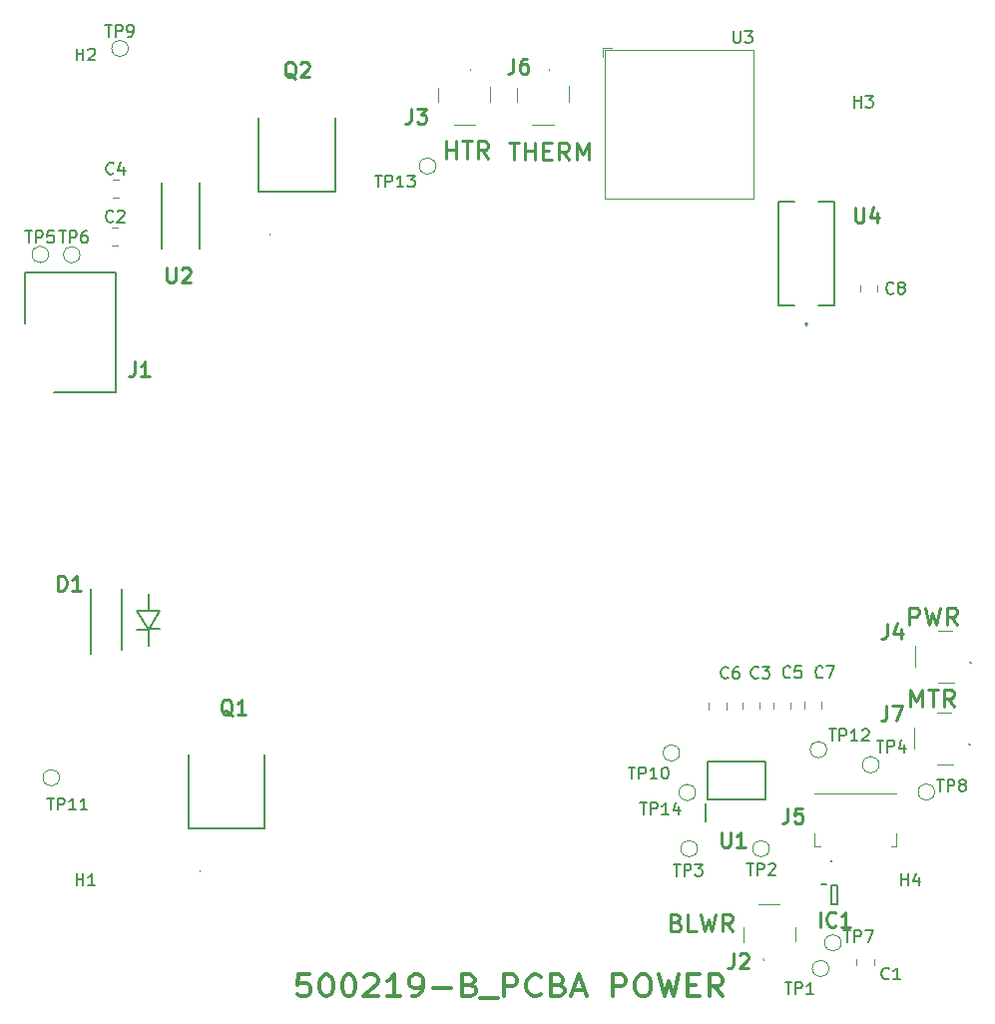
<source format=gbr>
%TF.GenerationSoftware,KiCad,Pcbnew,(6.0.1)*%
%TF.CreationDate,2024-01-14T12:42:03-05:00*%
%TF.ProjectId,PCB POWER,50434220-504f-4574-9552-2e6b69636164,rev?*%
%TF.SameCoordinates,Original*%
%TF.FileFunction,Legend,Top*%
%TF.FilePolarity,Positive*%
%FSLAX46Y46*%
G04 Gerber Fmt 4.6, Leading zero omitted, Abs format (unit mm)*
G04 Created by KiCad (PCBNEW (6.0.1)) date 2024-01-14 12:42:03*
%MOMM*%
%LPD*%
G01*
G04 APERTURE LIST*
%ADD10C,0.150000*%
%ADD11C,0.250000*%
%ADD12C,0.300000*%
%ADD13C,0.254000*%
%ADD14C,0.120000*%
%ADD15C,0.200000*%
%ADD16C,0.100000*%
%ADD17C,0.127000*%
G04 APERTURE END LIST*
D10*
X70330000Y-108490000D02*
X71330000Y-108480000D01*
X70330000Y-110020000D02*
X70330000Y-111390000D01*
X69350000Y-108480000D02*
X70330000Y-110040000D01*
X71330000Y-108480000D02*
X70330000Y-110040000D01*
X70350000Y-108490000D02*
X69350000Y-108480000D01*
X70350000Y-107030000D02*
X70350000Y-108490000D01*
X70330000Y-110020000D02*
X69330000Y-110020000D01*
X70330000Y-110000000D02*
X71330000Y-110000000D01*
D11*
X134860000Y-109658571D02*
X134860000Y-108158571D01*
X135431428Y-108158571D01*
X135574285Y-108230000D01*
X135645714Y-108301428D01*
X135717142Y-108444285D01*
X135717142Y-108658571D01*
X135645714Y-108801428D01*
X135574285Y-108872857D01*
X135431428Y-108944285D01*
X134860000Y-108944285D01*
X136217142Y-108158571D02*
X136574285Y-109658571D01*
X136860000Y-108587142D01*
X137145714Y-109658571D01*
X137502857Y-108158571D01*
X138931428Y-109658571D02*
X138431428Y-108944285D01*
X138074285Y-109658571D02*
X138074285Y-108158571D01*
X138645714Y-108158571D01*
X138788571Y-108230000D01*
X138860000Y-108301428D01*
X138931428Y-108444285D01*
X138931428Y-108658571D01*
X138860000Y-108801428D01*
X138788571Y-108872857D01*
X138645714Y-108944285D01*
X138074285Y-108944285D01*
X100890000Y-68718571D02*
X101747142Y-68718571D01*
X101318571Y-70218571D02*
X101318571Y-68718571D01*
X102247142Y-70218571D02*
X102247142Y-68718571D01*
X102247142Y-69432857D02*
X103104285Y-69432857D01*
X103104285Y-70218571D02*
X103104285Y-68718571D01*
X103818571Y-69432857D02*
X104318571Y-69432857D01*
X104532857Y-70218571D02*
X103818571Y-70218571D01*
X103818571Y-68718571D01*
X104532857Y-68718571D01*
X106032857Y-70218571D02*
X105532857Y-69504285D01*
X105175714Y-70218571D02*
X105175714Y-68718571D01*
X105747142Y-68718571D01*
X105890000Y-68790000D01*
X105961428Y-68861428D01*
X106032857Y-69004285D01*
X106032857Y-69218571D01*
X105961428Y-69361428D01*
X105890000Y-69432857D01*
X105747142Y-69504285D01*
X105175714Y-69504285D01*
X106675714Y-70218571D02*
X106675714Y-68718571D01*
X107175714Y-69790000D01*
X107675714Y-68718571D01*
X107675714Y-70218571D01*
D12*
X84010000Y-139314285D02*
X83057619Y-139314285D01*
X82962380Y-140171428D01*
X83057619Y-140085714D01*
X83248095Y-140000000D01*
X83724285Y-140000000D01*
X83914761Y-140085714D01*
X84010000Y-140171428D01*
X84105238Y-140342857D01*
X84105238Y-140771428D01*
X84010000Y-140942857D01*
X83914761Y-141028571D01*
X83724285Y-141114285D01*
X83248095Y-141114285D01*
X83057619Y-141028571D01*
X82962380Y-140942857D01*
X85343333Y-139314285D02*
X85533809Y-139314285D01*
X85724285Y-139400000D01*
X85819523Y-139485714D01*
X85914761Y-139657142D01*
X86010000Y-140000000D01*
X86010000Y-140428571D01*
X85914761Y-140771428D01*
X85819523Y-140942857D01*
X85724285Y-141028571D01*
X85533809Y-141114285D01*
X85343333Y-141114285D01*
X85152857Y-141028571D01*
X85057619Y-140942857D01*
X84962380Y-140771428D01*
X84867142Y-140428571D01*
X84867142Y-140000000D01*
X84962380Y-139657142D01*
X85057619Y-139485714D01*
X85152857Y-139400000D01*
X85343333Y-139314285D01*
X87248095Y-139314285D02*
X87438571Y-139314285D01*
X87629047Y-139400000D01*
X87724285Y-139485714D01*
X87819523Y-139657142D01*
X87914761Y-140000000D01*
X87914761Y-140428571D01*
X87819523Y-140771428D01*
X87724285Y-140942857D01*
X87629047Y-141028571D01*
X87438571Y-141114285D01*
X87248095Y-141114285D01*
X87057619Y-141028571D01*
X86962380Y-140942857D01*
X86867142Y-140771428D01*
X86771904Y-140428571D01*
X86771904Y-140000000D01*
X86867142Y-139657142D01*
X86962380Y-139485714D01*
X87057619Y-139400000D01*
X87248095Y-139314285D01*
X88676666Y-139485714D02*
X88771904Y-139400000D01*
X88962380Y-139314285D01*
X89438571Y-139314285D01*
X89629047Y-139400000D01*
X89724285Y-139485714D01*
X89819523Y-139657142D01*
X89819523Y-139828571D01*
X89724285Y-140085714D01*
X88581428Y-141114285D01*
X89819523Y-141114285D01*
X91724285Y-141114285D02*
X90581428Y-141114285D01*
X91152857Y-141114285D02*
X91152857Y-139314285D01*
X90962380Y-139571428D01*
X90771904Y-139742857D01*
X90581428Y-139828571D01*
X92676666Y-141114285D02*
X93057619Y-141114285D01*
X93248095Y-141028571D01*
X93343333Y-140942857D01*
X93533809Y-140685714D01*
X93629047Y-140342857D01*
X93629047Y-139657142D01*
X93533809Y-139485714D01*
X93438571Y-139400000D01*
X93248095Y-139314285D01*
X92867142Y-139314285D01*
X92676666Y-139400000D01*
X92581428Y-139485714D01*
X92486190Y-139657142D01*
X92486190Y-140085714D01*
X92581428Y-140257142D01*
X92676666Y-140342857D01*
X92867142Y-140428571D01*
X93248095Y-140428571D01*
X93438571Y-140342857D01*
X93533809Y-140257142D01*
X93629047Y-140085714D01*
X94486190Y-140428571D02*
X96010000Y-140428571D01*
X97629047Y-140171428D02*
X97914761Y-140257142D01*
X98010000Y-140342857D01*
X98105238Y-140514285D01*
X98105238Y-140771428D01*
X98010000Y-140942857D01*
X97914761Y-141028571D01*
X97724285Y-141114285D01*
X96962380Y-141114285D01*
X96962380Y-139314285D01*
X97629047Y-139314285D01*
X97819523Y-139400000D01*
X97914761Y-139485714D01*
X98010000Y-139657142D01*
X98010000Y-139828571D01*
X97914761Y-140000000D01*
X97819523Y-140085714D01*
X97629047Y-140171428D01*
X96962380Y-140171428D01*
X98486190Y-141285714D02*
X100010000Y-141285714D01*
X100486190Y-141114285D02*
X100486190Y-139314285D01*
X101248095Y-139314285D01*
X101438571Y-139400000D01*
X101533809Y-139485714D01*
X101629047Y-139657142D01*
X101629047Y-139914285D01*
X101533809Y-140085714D01*
X101438571Y-140171428D01*
X101248095Y-140257142D01*
X100486190Y-140257142D01*
X103629047Y-140942857D02*
X103533809Y-141028571D01*
X103248095Y-141114285D01*
X103057619Y-141114285D01*
X102771904Y-141028571D01*
X102581428Y-140857142D01*
X102486190Y-140685714D01*
X102390952Y-140342857D01*
X102390952Y-140085714D01*
X102486190Y-139742857D01*
X102581428Y-139571428D01*
X102771904Y-139400000D01*
X103057619Y-139314285D01*
X103248095Y-139314285D01*
X103533809Y-139400000D01*
X103629047Y-139485714D01*
X105152857Y-140171428D02*
X105438571Y-140257142D01*
X105533809Y-140342857D01*
X105629047Y-140514285D01*
X105629047Y-140771428D01*
X105533809Y-140942857D01*
X105438571Y-141028571D01*
X105248095Y-141114285D01*
X104486190Y-141114285D01*
X104486190Y-139314285D01*
X105152857Y-139314285D01*
X105343333Y-139400000D01*
X105438571Y-139485714D01*
X105533809Y-139657142D01*
X105533809Y-139828571D01*
X105438571Y-140000000D01*
X105343333Y-140085714D01*
X105152857Y-140171428D01*
X104486190Y-140171428D01*
X106390952Y-140600000D02*
X107343333Y-140600000D01*
X106200476Y-141114285D02*
X106867142Y-139314285D01*
X107533809Y-141114285D01*
X109724285Y-141114285D02*
X109724285Y-139314285D01*
X110486190Y-139314285D01*
X110676666Y-139400000D01*
X110771904Y-139485714D01*
X110867142Y-139657142D01*
X110867142Y-139914285D01*
X110771904Y-140085714D01*
X110676666Y-140171428D01*
X110486190Y-140257142D01*
X109724285Y-140257142D01*
X112105238Y-139314285D02*
X112486190Y-139314285D01*
X112676666Y-139400000D01*
X112867142Y-139571428D01*
X112962380Y-139914285D01*
X112962380Y-140514285D01*
X112867142Y-140857142D01*
X112676666Y-141028571D01*
X112486190Y-141114285D01*
X112105238Y-141114285D01*
X111914761Y-141028571D01*
X111724285Y-140857142D01*
X111629047Y-140514285D01*
X111629047Y-139914285D01*
X111724285Y-139571428D01*
X111914761Y-139400000D01*
X112105238Y-139314285D01*
X113629047Y-139314285D02*
X114105238Y-141114285D01*
X114486190Y-139828571D01*
X114867142Y-141114285D01*
X115343333Y-139314285D01*
X116105238Y-140171428D02*
X116771904Y-140171428D01*
X117057619Y-141114285D02*
X116105238Y-141114285D01*
X116105238Y-139314285D01*
X117057619Y-139314285D01*
X119057619Y-141114285D02*
X118390952Y-140257142D01*
X117914761Y-141114285D02*
X117914761Y-139314285D01*
X118676666Y-139314285D01*
X118867142Y-139400000D01*
X118962380Y-139485714D01*
X119057619Y-139657142D01*
X119057619Y-139914285D01*
X118962380Y-140085714D01*
X118867142Y-140171428D01*
X118676666Y-140257142D01*
X117914761Y-140257142D01*
D11*
X134968571Y-116618571D02*
X134968571Y-115118571D01*
X135468571Y-116190000D01*
X135968571Y-115118571D01*
X135968571Y-116618571D01*
X136468571Y-115118571D02*
X137325714Y-115118571D01*
X136897142Y-116618571D02*
X136897142Y-115118571D01*
X138682857Y-116618571D02*
X138182857Y-115904285D01*
X137825714Y-116618571D02*
X137825714Y-115118571D01*
X138397142Y-115118571D01*
X138540000Y-115190000D01*
X138611428Y-115261428D01*
X138682857Y-115404285D01*
X138682857Y-115618571D01*
X138611428Y-115761428D01*
X138540000Y-115832857D01*
X138397142Y-115904285D01*
X137825714Y-115904285D01*
X95550000Y-70088571D02*
X95550000Y-68588571D01*
X95550000Y-69302857D02*
X96407142Y-69302857D01*
X96407142Y-70088571D02*
X96407142Y-68588571D01*
X96907142Y-68588571D02*
X97764285Y-68588571D01*
X97335714Y-70088571D02*
X97335714Y-68588571D01*
X99121428Y-70088571D02*
X98621428Y-69374285D01*
X98264285Y-70088571D02*
X98264285Y-68588571D01*
X98835714Y-68588571D01*
X98978571Y-68660000D01*
X99050000Y-68731428D01*
X99121428Y-68874285D01*
X99121428Y-69088571D01*
X99050000Y-69231428D01*
X98978571Y-69302857D01*
X98835714Y-69374285D01*
X98264285Y-69374285D01*
X115102857Y-134882857D02*
X115317142Y-134954285D01*
X115388571Y-135025714D01*
X115460000Y-135168571D01*
X115460000Y-135382857D01*
X115388571Y-135525714D01*
X115317142Y-135597142D01*
X115174285Y-135668571D01*
X114602857Y-135668571D01*
X114602857Y-134168571D01*
X115102857Y-134168571D01*
X115245714Y-134240000D01*
X115317142Y-134311428D01*
X115388571Y-134454285D01*
X115388571Y-134597142D01*
X115317142Y-134740000D01*
X115245714Y-134811428D01*
X115102857Y-134882857D01*
X114602857Y-134882857D01*
X116817142Y-135668571D02*
X116102857Y-135668571D01*
X116102857Y-134168571D01*
X117174285Y-134168571D02*
X117531428Y-135668571D01*
X117817142Y-134597142D01*
X118102857Y-135668571D01*
X118460000Y-134168571D01*
X119888571Y-135668571D02*
X119388571Y-134954285D01*
X119031428Y-135668571D02*
X119031428Y-134168571D01*
X119602857Y-134168571D01*
X119745714Y-134240000D01*
X119817142Y-134311428D01*
X119888571Y-134454285D01*
X119888571Y-134668571D01*
X119817142Y-134811428D01*
X119745714Y-134882857D01*
X119602857Y-134954285D01*
X119031428Y-134954285D01*
D10*
%TO.C,C2*%
X67343333Y-75387142D02*
X67295714Y-75434761D01*
X67152857Y-75482380D01*
X67057619Y-75482380D01*
X66914761Y-75434761D01*
X66819523Y-75339523D01*
X66771904Y-75244285D01*
X66724285Y-75053809D01*
X66724285Y-74910952D01*
X66771904Y-74720476D01*
X66819523Y-74625238D01*
X66914761Y-74530000D01*
X67057619Y-74482380D01*
X67152857Y-74482380D01*
X67295714Y-74530000D01*
X67343333Y-74577619D01*
X67724285Y-74577619D02*
X67771904Y-74530000D01*
X67867142Y-74482380D01*
X68105238Y-74482380D01*
X68200476Y-74530000D01*
X68248095Y-74577619D01*
X68295714Y-74672857D01*
X68295714Y-74768095D01*
X68248095Y-74910952D01*
X67676666Y-75482380D01*
X68295714Y-75482380D01*
%TO.C,TP6*%
X62768095Y-76232380D02*
X63339523Y-76232380D01*
X63053809Y-77232380D02*
X63053809Y-76232380D01*
X63672857Y-77232380D02*
X63672857Y-76232380D01*
X64053809Y-76232380D01*
X64149047Y-76280000D01*
X64196666Y-76327619D01*
X64244285Y-76422857D01*
X64244285Y-76565714D01*
X64196666Y-76660952D01*
X64149047Y-76708571D01*
X64053809Y-76756190D01*
X63672857Y-76756190D01*
X65101428Y-76232380D02*
X64910952Y-76232380D01*
X64815714Y-76280000D01*
X64768095Y-76327619D01*
X64672857Y-76470476D01*
X64625238Y-76660952D01*
X64625238Y-77041904D01*
X64672857Y-77137142D01*
X64720476Y-77184761D01*
X64815714Y-77232380D01*
X65006190Y-77232380D01*
X65101428Y-77184761D01*
X65149047Y-77137142D01*
X65196666Y-77041904D01*
X65196666Y-76803809D01*
X65149047Y-76708571D01*
X65101428Y-76660952D01*
X65006190Y-76613333D01*
X64815714Y-76613333D01*
X64720476Y-76660952D01*
X64672857Y-76708571D01*
X64625238Y-76803809D01*
%TO.C,C8*%
X133543333Y-81477142D02*
X133495714Y-81524761D01*
X133352857Y-81572380D01*
X133257619Y-81572380D01*
X133114761Y-81524761D01*
X133019523Y-81429523D01*
X132971904Y-81334285D01*
X132924285Y-81143809D01*
X132924285Y-81000952D01*
X132971904Y-80810476D01*
X133019523Y-80715238D01*
X133114761Y-80620000D01*
X133257619Y-80572380D01*
X133352857Y-80572380D01*
X133495714Y-80620000D01*
X133543333Y-80667619D01*
X134114761Y-81000952D02*
X134019523Y-80953333D01*
X133971904Y-80905714D01*
X133924285Y-80810476D01*
X133924285Y-80762857D01*
X133971904Y-80667619D01*
X134019523Y-80620000D01*
X134114761Y-80572380D01*
X134305238Y-80572380D01*
X134400476Y-80620000D01*
X134448095Y-80667619D01*
X134495714Y-80762857D01*
X134495714Y-80810476D01*
X134448095Y-80905714D01*
X134400476Y-80953333D01*
X134305238Y-81000952D01*
X134114761Y-81000952D01*
X134019523Y-81048571D01*
X133971904Y-81096190D01*
X133924285Y-81191428D01*
X133924285Y-81381904D01*
X133971904Y-81477142D01*
X134019523Y-81524761D01*
X134114761Y-81572380D01*
X134305238Y-81572380D01*
X134400476Y-81524761D01*
X134448095Y-81477142D01*
X134495714Y-81381904D01*
X134495714Y-81191428D01*
X134448095Y-81096190D01*
X134400476Y-81048571D01*
X134305238Y-81000952D01*
%TO.C,TP3*%
X114898095Y-129942380D02*
X115469523Y-129942380D01*
X115183809Y-130942380D02*
X115183809Y-129942380D01*
X115802857Y-130942380D02*
X115802857Y-129942380D01*
X116183809Y-129942380D01*
X116279047Y-129990000D01*
X116326666Y-130037619D01*
X116374285Y-130132857D01*
X116374285Y-130275714D01*
X116326666Y-130370952D01*
X116279047Y-130418571D01*
X116183809Y-130466190D01*
X115802857Y-130466190D01*
X116707619Y-129942380D02*
X117326666Y-129942380D01*
X116993333Y-130323333D01*
X117136190Y-130323333D01*
X117231428Y-130370952D01*
X117279047Y-130418571D01*
X117326666Y-130513809D01*
X117326666Y-130751904D01*
X117279047Y-130847142D01*
X117231428Y-130894761D01*
X117136190Y-130942380D01*
X116850476Y-130942380D01*
X116755238Y-130894761D01*
X116707619Y-130847142D01*
%TO.C,C5*%
X124793333Y-114047142D02*
X124745714Y-114094761D01*
X124602857Y-114142380D01*
X124507619Y-114142380D01*
X124364761Y-114094761D01*
X124269523Y-113999523D01*
X124221904Y-113904285D01*
X124174285Y-113713809D01*
X124174285Y-113570952D01*
X124221904Y-113380476D01*
X124269523Y-113285238D01*
X124364761Y-113190000D01*
X124507619Y-113142380D01*
X124602857Y-113142380D01*
X124745714Y-113190000D01*
X124793333Y-113237619D01*
X125698095Y-113142380D02*
X125221904Y-113142380D01*
X125174285Y-113618571D01*
X125221904Y-113570952D01*
X125317142Y-113523333D01*
X125555238Y-113523333D01*
X125650476Y-113570952D01*
X125698095Y-113618571D01*
X125745714Y-113713809D01*
X125745714Y-113951904D01*
X125698095Y-114047142D01*
X125650476Y-114094761D01*
X125555238Y-114142380D01*
X125317142Y-114142380D01*
X125221904Y-114094761D01*
X125174285Y-114047142D01*
%TO.C,TP7*%
X129318095Y-135552380D02*
X129889523Y-135552380D01*
X129603809Y-136552380D02*
X129603809Y-135552380D01*
X130222857Y-136552380D02*
X130222857Y-135552380D01*
X130603809Y-135552380D01*
X130699047Y-135600000D01*
X130746666Y-135647619D01*
X130794285Y-135742857D01*
X130794285Y-135885714D01*
X130746666Y-135980952D01*
X130699047Y-136028571D01*
X130603809Y-136076190D01*
X130222857Y-136076190D01*
X131127619Y-135552380D02*
X131794285Y-135552380D01*
X131365714Y-136552380D01*
D13*
%TO.C,IC1*%
X127310238Y-135274523D02*
X127310238Y-134004523D01*
X128640714Y-135153571D02*
X128580238Y-135214047D01*
X128398809Y-135274523D01*
X128277857Y-135274523D01*
X128096428Y-135214047D01*
X127975476Y-135093095D01*
X127915000Y-134972142D01*
X127854523Y-134730238D01*
X127854523Y-134548809D01*
X127915000Y-134306904D01*
X127975476Y-134185952D01*
X128096428Y-134065000D01*
X128277857Y-134004523D01*
X128398809Y-134004523D01*
X128580238Y-134065000D01*
X128640714Y-134125476D01*
X129850238Y-135274523D02*
X129124523Y-135274523D01*
X129487380Y-135274523D02*
X129487380Y-134004523D01*
X129366428Y-134185952D01*
X129245476Y-134306904D01*
X129124523Y-134367380D01*
%TO.C,J7*%
X132946666Y-116534523D02*
X132946666Y-117441666D01*
X132886190Y-117623095D01*
X132765238Y-117744047D01*
X132583809Y-117804523D01*
X132462857Y-117804523D01*
X133430476Y-116534523D02*
X134277142Y-116534523D01*
X133732857Y-117804523D01*
D10*
%TO.C,H3*%
X130228095Y-65752380D02*
X130228095Y-64752380D01*
X130228095Y-65228571D02*
X130799523Y-65228571D01*
X130799523Y-65752380D02*
X130799523Y-64752380D01*
X131180476Y-64752380D02*
X131799523Y-64752380D01*
X131466190Y-65133333D01*
X131609047Y-65133333D01*
X131704285Y-65180952D01*
X131751904Y-65228571D01*
X131799523Y-65323809D01*
X131799523Y-65561904D01*
X131751904Y-65657142D01*
X131704285Y-65704761D01*
X131609047Y-65752380D01*
X131323333Y-65752380D01*
X131228095Y-65704761D01*
X131180476Y-65657142D01*
D13*
%TO.C,U1*%
X118952380Y-127224523D02*
X118952380Y-128252619D01*
X119012857Y-128373571D01*
X119073333Y-128434047D01*
X119194285Y-128494523D01*
X119436190Y-128494523D01*
X119557142Y-128434047D01*
X119617619Y-128373571D01*
X119678095Y-128252619D01*
X119678095Y-127224523D01*
X120948095Y-128494523D02*
X120222380Y-128494523D01*
X120585238Y-128494523D02*
X120585238Y-127224523D01*
X120464285Y-127405952D01*
X120343333Y-127526904D01*
X120222380Y-127587380D01*
D10*
%TO.C,TP14*%
X112051904Y-124724380D02*
X112623333Y-124724380D01*
X112337619Y-125724380D02*
X112337619Y-124724380D01*
X112956666Y-125724380D02*
X112956666Y-124724380D01*
X113337619Y-124724380D01*
X113432857Y-124772000D01*
X113480476Y-124819619D01*
X113528095Y-124914857D01*
X113528095Y-125057714D01*
X113480476Y-125152952D01*
X113432857Y-125200571D01*
X113337619Y-125248190D01*
X112956666Y-125248190D01*
X114480476Y-125724380D02*
X113909047Y-125724380D01*
X114194761Y-125724380D02*
X114194761Y-124724380D01*
X114099523Y-124867238D01*
X114004285Y-124962476D01*
X113909047Y-125010095D01*
X115337619Y-125057714D02*
X115337619Y-125724380D01*
X115099523Y-124676761D02*
X114861428Y-125391047D01*
X115480476Y-125391047D01*
D13*
%TO.C,J3*%
X92636666Y-65854523D02*
X92636666Y-66761666D01*
X92576190Y-66943095D01*
X92455238Y-67064047D01*
X92273809Y-67124523D01*
X92152857Y-67124523D01*
X93120476Y-65854523D02*
X93906666Y-65854523D01*
X93483333Y-66338333D01*
X93664761Y-66338333D01*
X93785714Y-66398809D01*
X93846190Y-66459285D01*
X93906666Y-66580238D01*
X93906666Y-66882619D01*
X93846190Y-67003571D01*
X93785714Y-67064047D01*
X93664761Y-67124523D01*
X93301904Y-67124523D01*
X93180952Y-67064047D01*
X93120476Y-67003571D01*
%TO.C,J4*%
X133006666Y-109564523D02*
X133006666Y-110471666D01*
X132946190Y-110653095D01*
X132825238Y-110774047D01*
X132643809Y-110834523D01*
X132522857Y-110834523D01*
X134155714Y-109987857D02*
X134155714Y-110834523D01*
X133853333Y-109504047D02*
X133550952Y-110411190D01*
X134337142Y-110411190D01*
%TO.C,Q2*%
X82829047Y-63295476D02*
X82708095Y-63235000D01*
X82587142Y-63114047D01*
X82405714Y-62932619D01*
X82284761Y-62872142D01*
X82163809Y-62872142D01*
X82224285Y-63174523D02*
X82103333Y-63114047D01*
X81982380Y-62993095D01*
X81921904Y-62751190D01*
X81921904Y-62327857D01*
X81982380Y-62085952D01*
X82103333Y-61965000D01*
X82224285Y-61904523D01*
X82466190Y-61904523D01*
X82587142Y-61965000D01*
X82708095Y-62085952D01*
X82768571Y-62327857D01*
X82768571Y-62751190D01*
X82708095Y-62993095D01*
X82587142Y-63114047D01*
X82466190Y-63174523D01*
X82224285Y-63174523D01*
X83252380Y-62025476D02*
X83312857Y-61965000D01*
X83433809Y-61904523D01*
X83736190Y-61904523D01*
X83857142Y-61965000D01*
X83917619Y-62025476D01*
X83978095Y-62146428D01*
X83978095Y-62267380D01*
X83917619Y-62448809D01*
X83191904Y-63174523D01*
X83978095Y-63174523D01*
D10*
%TO.C,TP5*%
X59898095Y-76224380D02*
X60469523Y-76224380D01*
X60183809Y-77224380D02*
X60183809Y-76224380D01*
X60802857Y-77224380D02*
X60802857Y-76224380D01*
X61183809Y-76224380D01*
X61279047Y-76272000D01*
X61326666Y-76319619D01*
X61374285Y-76414857D01*
X61374285Y-76557714D01*
X61326666Y-76652952D01*
X61279047Y-76700571D01*
X61183809Y-76748190D01*
X60802857Y-76748190D01*
X62279047Y-76224380D02*
X61802857Y-76224380D01*
X61755238Y-76700571D01*
X61802857Y-76652952D01*
X61898095Y-76605333D01*
X62136190Y-76605333D01*
X62231428Y-76652952D01*
X62279047Y-76700571D01*
X62326666Y-76795809D01*
X62326666Y-77033904D01*
X62279047Y-77129142D01*
X62231428Y-77176761D01*
X62136190Y-77224380D01*
X61898095Y-77224380D01*
X61802857Y-77176761D01*
X61755238Y-77129142D01*
D13*
%TO.C,Q1*%
X77449047Y-117355476D02*
X77328095Y-117295000D01*
X77207142Y-117174047D01*
X77025714Y-116992619D01*
X76904761Y-116932142D01*
X76783809Y-116932142D01*
X76844285Y-117234523D02*
X76723333Y-117174047D01*
X76602380Y-117053095D01*
X76541904Y-116811190D01*
X76541904Y-116387857D01*
X76602380Y-116145952D01*
X76723333Y-116025000D01*
X76844285Y-115964523D01*
X77086190Y-115964523D01*
X77207142Y-116025000D01*
X77328095Y-116145952D01*
X77388571Y-116387857D01*
X77388571Y-116811190D01*
X77328095Y-117053095D01*
X77207142Y-117174047D01*
X77086190Y-117234523D01*
X76844285Y-117234523D01*
X78598095Y-117234523D02*
X77872380Y-117234523D01*
X78235238Y-117234523D02*
X78235238Y-115964523D01*
X78114285Y-116145952D01*
X77993333Y-116266904D01*
X77872380Y-116327380D01*
%TO.C,U4*%
X130292380Y-74244523D02*
X130292380Y-75272619D01*
X130352857Y-75393571D01*
X130413333Y-75454047D01*
X130534285Y-75514523D01*
X130776190Y-75514523D01*
X130897142Y-75454047D01*
X130957619Y-75393571D01*
X131018095Y-75272619D01*
X131018095Y-74244523D01*
X132167142Y-74667857D02*
X132167142Y-75514523D01*
X131864761Y-74184047D02*
X131562380Y-75091190D01*
X132348571Y-75091190D01*
%TO.C,J5*%
X124586666Y-125194523D02*
X124586666Y-126101666D01*
X124526190Y-126283095D01*
X124405238Y-126404047D01*
X124223809Y-126464523D01*
X124102857Y-126464523D01*
X125796190Y-125194523D02*
X125191428Y-125194523D01*
X125130952Y-125799285D01*
X125191428Y-125738809D01*
X125312380Y-125678333D01*
X125614761Y-125678333D01*
X125735714Y-125738809D01*
X125796190Y-125799285D01*
X125856666Y-125920238D01*
X125856666Y-126222619D01*
X125796190Y-126343571D01*
X125735714Y-126404047D01*
X125614761Y-126464523D01*
X125312380Y-126464523D01*
X125191428Y-126404047D01*
X125130952Y-126343571D01*
%TO.C,J6*%
X101296666Y-61614523D02*
X101296666Y-62521666D01*
X101236190Y-62703095D01*
X101115238Y-62824047D01*
X100933809Y-62884523D01*
X100812857Y-62884523D01*
X102445714Y-61614523D02*
X102203809Y-61614523D01*
X102082857Y-61675000D01*
X102022380Y-61735476D01*
X101901428Y-61916904D01*
X101840952Y-62158809D01*
X101840952Y-62642619D01*
X101901428Y-62763571D01*
X101961904Y-62824047D01*
X102082857Y-62884523D01*
X102324761Y-62884523D01*
X102445714Y-62824047D01*
X102506190Y-62763571D01*
X102566666Y-62642619D01*
X102566666Y-62340238D01*
X102506190Y-62219285D01*
X102445714Y-62158809D01*
X102324761Y-62098333D01*
X102082857Y-62098333D01*
X101961904Y-62158809D01*
X101901428Y-62219285D01*
X101840952Y-62340238D01*
D10*
%TO.C,TP11*%
X61761904Y-124332380D02*
X62333333Y-124332380D01*
X62047619Y-125332380D02*
X62047619Y-124332380D01*
X62666666Y-125332380D02*
X62666666Y-124332380D01*
X63047619Y-124332380D01*
X63142857Y-124380000D01*
X63190476Y-124427619D01*
X63238095Y-124522857D01*
X63238095Y-124665714D01*
X63190476Y-124760952D01*
X63142857Y-124808571D01*
X63047619Y-124856190D01*
X62666666Y-124856190D01*
X64190476Y-125332380D02*
X63619047Y-125332380D01*
X63904761Y-125332380D02*
X63904761Y-124332380D01*
X63809523Y-124475238D01*
X63714285Y-124570476D01*
X63619047Y-124618095D01*
X65142857Y-125332380D02*
X64571428Y-125332380D01*
X64857142Y-125332380D02*
X64857142Y-124332380D01*
X64761904Y-124475238D01*
X64666666Y-124570476D01*
X64571428Y-124618095D01*
%TO.C,H1*%
X64228095Y-131752380D02*
X64228095Y-130752380D01*
X64228095Y-131228571D02*
X64799523Y-131228571D01*
X64799523Y-131752380D02*
X64799523Y-130752380D01*
X65799523Y-131752380D02*
X65228095Y-131752380D01*
X65513809Y-131752380D02*
X65513809Y-130752380D01*
X65418571Y-130895238D01*
X65323333Y-130990476D01*
X65228095Y-131038095D01*
%TO.C,C7*%
X127533333Y-114057142D02*
X127485714Y-114104761D01*
X127342857Y-114152380D01*
X127247619Y-114152380D01*
X127104761Y-114104761D01*
X127009523Y-114009523D01*
X126961904Y-113914285D01*
X126914285Y-113723809D01*
X126914285Y-113580952D01*
X126961904Y-113390476D01*
X127009523Y-113295238D01*
X127104761Y-113200000D01*
X127247619Y-113152380D01*
X127342857Y-113152380D01*
X127485714Y-113200000D01*
X127533333Y-113247619D01*
X127866666Y-113152380D02*
X128533333Y-113152380D01*
X128104761Y-114152380D01*
%TO.C,TP4*%
X132138095Y-119442380D02*
X132709523Y-119442380D01*
X132423809Y-120442380D02*
X132423809Y-119442380D01*
X133042857Y-120442380D02*
X133042857Y-119442380D01*
X133423809Y-119442380D01*
X133519047Y-119490000D01*
X133566666Y-119537619D01*
X133614285Y-119632857D01*
X133614285Y-119775714D01*
X133566666Y-119870952D01*
X133519047Y-119918571D01*
X133423809Y-119966190D01*
X133042857Y-119966190D01*
X134471428Y-119775714D02*
X134471428Y-120442380D01*
X134233333Y-119394761D02*
X133995238Y-120109047D01*
X134614285Y-120109047D01*
%TO.C,H2*%
X64228095Y-61752380D02*
X64228095Y-60752380D01*
X64228095Y-61228571D02*
X64799523Y-61228571D01*
X64799523Y-61752380D02*
X64799523Y-60752380D01*
X65228095Y-60847619D02*
X65275714Y-60800000D01*
X65370952Y-60752380D01*
X65609047Y-60752380D01*
X65704285Y-60800000D01*
X65751904Y-60847619D01*
X65799523Y-60942857D01*
X65799523Y-61038095D01*
X65751904Y-61180952D01*
X65180476Y-61752380D01*
X65799523Y-61752380D01*
%TO.C,TP2*%
X121088095Y-129882380D02*
X121659523Y-129882380D01*
X121373809Y-130882380D02*
X121373809Y-129882380D01*
X121992857Y-130882380D02*
X121992857Y-129882380D01*
X122373809Y-129882380D01*
X122469047Y-129930000D01*
X122516666Y-129977619D01*
X122564285Y-130072857D01*
X122564285Y-130215714D01*
X122516666Y-130310952D01*
X122469047Y-130358571D01*
X122373809Y-130406190D01*
X121992857Y-130406190D01*
X122945238Y-129977619D02*
X122992857Y-129930000D01*
X123088095Y-129882380D01*
X123326190Y-129882380D01*
X123421428Y-129930000D01*
X123469047Y-129977619D01*
X123516666Y-130072857D01*
X123516666Y-130168095D01*
X123469047Y-130310952D01*
X122897619Y-130882380D01*
X123516666Y-130882380D01*
D13*
%TO.C,J1*%
X69146666Y-87324523D02*
X69146666Y-88231666D01*
X69086190Y-88413095D01*
X68965238Y-88534047D01*
X68783809Y-88594523D01*
X68662857Y-88594523D01*
X70416666Y-88594523D02*
X69690952Y-88594523D01*
X70053809Y-88594523D02*
X70053809Y-87324523D01*
X69932857Y-87505952D01*
X69811904Y-87626904D01*
X69690952Y-87687380D01*
%TO.C,J2*%
X119956666Y-137514523D02*
X119956666Y-138421666D01*
X119896190Y-138603095D01*
X119775238Y-138724047D01*
X119593809Y-138784523D01*
X119472857Y-138784523D01*
X120500952Y-137635476D02*
X120561428Y-137575000D01*
X120682380Y-137514523D01*
X120984761Y-137514523D01*
X121105714Y-137575000D01*
X121166190Y-137635476D01*
X121226666Y-137756428D01*
X121226666Y-137877380D01*
X121166190Y-138058809D01*
X120440476Y-138784523D01*
X121226666Y-138784523D01*
D10*
%TO.C,U3*%
X119988095Y-59282380D02*
X119988095Y-60091904D01*
X120035714Y-60187142D01*
X120083333Y-60234761D01*
X120178571Y-60282380D01*
X120369047Y-60282380D01*
X120464285Y-60234761D01*
X120511904Y-60187142D01*
X120559523Y-60091904D01*
X120559523Y-59282380D01*
X120940476Y-59282380D02*
X121559523Y-59282380D01*
X121226190Y-59663333D01*
X121369047Y-59663333D01*
X121464285Y-59710952D01*
X121511904Y-59758571D01*
X121559523Y-59853809D01*
X121559523Y-60091904D01*
X121511904Y-60187142D01*
X121464285Y-60234761D01*
X121369047Y-60282380D01*
X121083333Y-60282380D01*
X120988095Y-60234761D01*
X120940476Y-60187142D01*
%TO.C,C4*%
X67373333Y-71327142D02*
X67325714Y-71374761D01*
X67182857Y-71422380D01*
X67087619Y-71422380D01*
X66944761Y-71374761D01*
X66849523Y-71279523D01*
X66801904Y-71184285D01*
X66754285Y-70993809D01*
X66754285Y-70850952D01*
X66801904Y-70660476D01*
X66849523Y-70565238D01*
X66944761Y-70470000D01*
X67087619Y-70422380D01*
X67182857Y-70422380D01*
X67325714Y-70470000D01*
X67373333Y-70517619D01*
X68230476Y-70755714D02*
X68230476Y-71422380D01*
X67992380Y-70374761D02*
X67754285Y-71089047D01*
X68373333Y-71089047D01*
%TO.C,TP13*%
X89561904Y-71512380D02*
X90133333Y-71512380D01*
X89847619Y-72512380D02*
X89847619Y-71512380D01*
X90466666Y-72512380D02*
X90466666Y-71512380D01*
X90847619Y-71512380D01*
X90942857Y-71560000D01*
X90990476Y-71607619D01*
X91038095Y-71702857D01*
X91038095Y-71845714D01*
X90990476Y-71940952D01*
X90942857Y-71988571D01*
X90847619Y-72036190D01*
X90466666Y-72036190D01*
X91990476Y-72512380D02*
X91419047Y-72512380D01*
X91704761Y-72512380D02*
X91704761Y-71512380D01*
X91609523Y-71655238D01*
X91514285Y-71750476D01*
X91419047Y-71798095D01*
X92323809Y-71512380D02*
X92942857Y-71512380D01*
X92609523Y-71893333D01*
X92752380Y-71893333D01*
X92847619Y-71940952D01*
X92895238Y-71988571D01*
X92942857Y-72083809D01*
X92942857Y-72321904D01*
X92895238Y-72417142D01*
X92847619Y-72464761D01*
X92752380Y-72512380D01*
X92466666Y-72512380D01*
X92371428Y-72464761D01*
X92323809Y-72417142D01*
%TO.C,C6*%
X119523333Y-114107142D02*
X119475714Y-114154761D01*
X119332857Y-114202380D01*
X119237619Y-114202380D01*
X119094761Y-114154761D01*
X118999523Y-114059523D01*
X118951904Y-113964285D01*
X118904285Y-113773809D01*
X118904285Y-113630952D01*
X118951904Y-113440476D01*
X118999523Y-113345238D01*
X119094761Y-113250000D01*
X119237619Y-113202380D01*
X119332857Y-113202380D01*
X119475714Y-113250000D01*
X119523333Y-113297619D01*
X120380476Y-113202380D02*
X120190000Y-113202380D01*
X120094761Y-113250000D01*
X120047142Y-113297619D01*
X119951904Y-113440476D01*
X119904285Y-113630952D01*
X119904285Y-114011904D01*
X119951904Y-114107142D01*
X119999523Y-114154761D01*
X120094761Y-114202380D01*
X120285238Y-114202380D01*
X120380476Y-114154761D01*
X120428095Y-114107142D01*
X120475714Y-114011904D01*
X120475714Y-113773809D01*
X120428095Y-113678571D01*
X120380476Y-113630952D01*
X120285238Y-113583333D01*
X120094761Y-113583333D01*
X119999523Y-113630952D01*
X119951904Y-113678571D01*
X119904285Y-113773809D01*
%TO.C,TP8*%
X137248095Y-122772380D02*
X137819523Y-122772380D01*
X137533809Y-123772380D02*
X137533809Y-122772380D01*
X138152857Y-123772380D02*
X138152857Y-122772380D01*
X138533809Y-122772380D01*
X138629047Y-122820000D01*
X138676666Y-122867619D01*
X138724285Y-122962857D01*
X138724285Y-123105714D01*
X138676666Y-123200952D01*
X138629047Y-123248571D01*
X138533809Y-123296190D01*
X138152857Y-123296190D01*
X139295714Y-123200952D02*
X139200476Y-123153333D01*
X139152857Y-123105714D01*
X139105238Y-123010476D01*
X139105238Y-122962857D01*
X139152857Y-122867619D01*
X139200476Y-122820000D01*
X139295714Y-122772380D01*
X139486190Y-122772380D01*
X139581428Y-122820000D01*
X139629047Y-122867619D01*
X139676666Y-122962857D01*
X139676666Y-123010476D01*
X139629047Y-123105714D01*
X139581428Y-123153333D01*
X139486190Y-123200952D01*
X139295714Y-123200952D01*
X139200476Y-123248571D01*
X139152857Y-123296190D01*
X139105238Y-123391428D01*
X139105238Y-123581904D01*
X139152857Y-123677142D01*
X139200476Y-123724761D01*
X139295714Y-123772380D01*
X139486190Y-123772380D01*
X139581428Y-123724761D01*
X139629047Y-123677142D01*
X139676666Y-123581904D01*
X139676666Y-123391428D01*
X139629047Y-123296190D01*
X139581428Y-123248571D01*
X139486190Y-123200952D01*
D13*
%TO.C,D1*%
X62662619Y-106734523D02*
X62662619Y-105464523D01*
X62965000Y-105464523D01*
X63146428Y-105525000D01*
X63267380Y-105645952D01*
X63327857Y-105766904D01*
X63388333Y-106008809D01*
X63388333Y-106190238D01*
X63327857Y-106432142D01*
X63267380Y-106553095D01*
X63146428Y-106674047D01*
X62965000Y-106734523D01*
X62662619Y-106734523D01*
X64597857Y-106734523D02*
X63872142Y-106734523D01*
X64235000Y-106734523D02*
X64235000Y-105464523D01*
X64114047Y-105645952D01*
X63993095Y-105766904D01*
X63872142Y-105827380D01*
%TO.C,U2*%
X71912380Y-79344523D02*
X71912380Y-80372619D01*
X71972857Y-80493571D01*
X72033333Y-80554047D01*
X72154285Y-80614523D01*
X72396190Y-80614523D01*
X72517142Y-80554047D01*
X72577619Y-80493571D01*
X72638095Y-80372619D01*
X72638095Y-79344523D01*
X73182380Y-79465476D02*
X73242857Y-79405000D01*
X73363809Y-79344523D01*
X73666190Y-79344523D01*
X73787142Y-79405000D01*
X73847619Y-79465476D01*
X73908095Y-79586428D01*
X73908095Y-79707380D01*
X73847619Y-79888809D01*
X73121904Y-80614523D01*
X73908095Y-80614523D01*
D10*
%TO.C,C1*%
X133163333Y-139627142D02*
X133115714Y-139674761D01*
X132972857Y-139722380D01*
X132877619Y-139722380D01*
X132734761Y-139674761D01*
X132639523Y-139579523D01*
X132591904Y-139484285D01*
X132544285Y-139293809D01*
X132544285Y-139150952D01*
X132591904Y-138960476D01*
X132639523Y-138865238D01*
X132734761Y-138770000D01*
X132877619Y-138722380D01*
X132972857Y-138722380D01*
X133115714Y-138770000D01*
X133163333Y-138817619D01*
X134115714Y-139722380D02*
X133544285Y-139722380D01*
X133830000Y-139722380D02*
X133830000Y-138722380D01*
X133734761Y-138865238D01*
X133639523Y-138960476D01*
X133544285Y-139008095D01*
%TO.C,TP10*%
X111061904Y-121712380D02*
X111633333Y-121712380D01*
X111347619Y-122712380D02*
X111347619Y-121712380D01*
X111966666Y-122712380D02*
X111966666Y-121712380D01*
X112347619Y-121712380D01*
X112442857Y-121760000D01*
X112490476Y-121807619D01*
X112538095Y-121902857D01*
X112538095Y-122045714D01*
X112490476Y-122140952D01*
X112442857Y-122188571D01*
X112347619Y-122236190D01*
X111966666Y-122236190D01*
X113490476Y-122712380D02*
X112919047Y-122712380D01*
X113204761Y-122712380D02*
X113204761Y-121712380D01*
X113109523Y-121855238D01*
X113014285Y-121950476D01*
X112919047Y-121998095D01*
X114109523Y-121712380D02*
X114204761Y-121712380D01*
X114300000Y-121760000D01*
X114347619Y-121807619D01*
X114395238Y-121902857D01*
X114442857Y-122093333D01*
X114442857Y-122331428D01*
X114395238Y-122521904D01*
X114347619Y-122617142D01*
X114300000Y-122664761D01*
X114204761Y-122712380D01*
X114109523Y-122712380D01*
X114014285Y-122664761D01*
X113966666Y-122617142D01*
X113919047Y-122521904D01*
X113871428Y-122331428D01*
X113871428Y-122093333D01*
X113919047Y-121902857D01*
X113966666Y-121807619D01*
X114014285Y-121760000D01*
X114109523Y-121712380D01*
%TO.C,H4*%
X134228095Y-131752380D02*
X134228095Y-130752380D01*
X134228095Y-131228571D02*
X134799523Y-131228571D01*
X134799523Y-131752380D02*
X134799523Y-130752380D01*
X135704285Y-131085714D02*
X135704285Y-131752380D01*
X135466190Y-130704761D02*
X135228095Y-131419047D01*
X135847142Y-131419047D01*
%TO.C,TP9*%
X66658095Y-58744380D02*
X67229523Y-58744380D01*
X66943809Y-59744380D02*
X66943809Y-58744380D01*
X67562857Y-59744380D02*
X67562857Y-58744380D01*
X67943809Y-58744380D01*
X68039047Y-58792000D01*
X68086666Y-58839619D01*
X68134285Y-58934857D01*
X68134285Y-59077714D01*
X68086666Y-59172952D01*
X68039047Y-59220571D01*
X67943809Y-59268190D01*
X67562857Y-59268190D01*
X68610476Y-59744380D02*
X68800952Y-59744380D01*
X68896190Y-59696761D01*
X68943809Y-59649142D01*
X69039047Y-59506285D01*
X69086666Y-59315809D01*
X69086666Y-58934857D01*
X69039047Y-58839619D01*
X68991428Y-58792000D01*
X68896190Y-58744380D01*
X68705714Y-58744380D01*
X68610476Y-58792000D01*
X68562857Y-58839619D01*
X68515238Y-58934857D01*
X68515238Y-59172952D01*
X68562857Y-59268190D01*
X68610476Y-59315809D01*
X68705714Y-59363428D01*
X68896190Y-59363428D01*
X68991428Y-59315809D01*
X69039047Y-59268190D01*
X69086666Y-59172952D01*
%TO.C,TP1*%
X124338095Y-139972380D02*
X124909523Y-139972380D01*
X124623809Y-140972380D02*
X124623809Y-139972380D01*
X125242857Y-140972380D02*
X125242857Y-139972380D01*
X125623809Y-139972380D01*
X125719047Y-140020000D01*
X125766666Y-140067619D01*
X125814285Y-140162857D01*
X125814285Y-140305714D01*
X125766666Y-140400952D01*
X125719047Y-140448571D01*
X125623809Y-140496190D01*
X125242857Y-140496190D01*
X126766666Y-140972380D02*
X126195238Y-140972380D01*
X126480952Y-140972380D02*
X126480952Y-139972380D01*
X126385714Y-140115238D01*
X126290476Y-140210476D01*
X126195238Y-140258095D01*
%TO.C,C3*%
X122073333Y-114087142D02*
X122025714Y-114134761D01*
X121882857Y-114182380D01*
X121787619Y-114182380D01*
X121644761Y-114134761D01*
X121549523Y-114039523D01*
X121501904Y-113944285D01*
X121454285Y-113753809D01*
X121454285Y-113610952D01*
X121501904Y-113420476D01*
X121549523Y-113325238D01*
X121644761Y-113230000D01*
X121787619Y-113182380D01*
X121882857Y-113182380D01*
X122025714Y-113230000D01*
X122073333Y-113277619D01*
X122406666Y-113182380D02*
X123025714Y-113182380D01*
X122692380Y-113563333D01*
X122835238Y-113563333D01*
X122930476Y-113610952D01*
X122978095Y-113658571D01*
X123025714Y-113753809D01*
X123025714Y-113991904D01*
X122978095Y-114087142D01*
X122930476Y-114134761D01*
X122835238Y-114182380D01*
X122549523Y-114182380D01*
X122454285Y-114134761D01*
X122406666Y-114087142D01*
%TO.C,TP12*%
X128081904Y-118484380D02*
X128653333Y-118484380D01*
X128367619Y-119484380D02*
X128367619Y-118484380D01*
X128986666Y-119484380D02*
X128986666Y-118484380D01*
X129367619Y-118484380D01*
X129462857Y-118532000D01*
X129510476Y-118579619D01*
X129558095Y-118674857D01*
X129558095Y-118817714D01*
X129510476Y-118912952D01*
X129462857Y-118960571D01*
X129367619Y-119008190D01*
X128986666Y-119008190D01*
X130510476Y-119484380D02*
X129939047Y-119484380D01*
X130224761Y-119484380D02*
X130224761Y-118484380D01*
X130129523Y-118627238D01*
X130034285Y-118722476D01*
X129939047Y-118770095D01*
X130891428Y-118579619D02*
X130939047Y-118532000D01*
X131034285Y-118484380D01*
X131272380Y-118484380D01*
X131367619Y-118532000D01*
X131415238Y-118579619D01*
X131462857Y-118674857D01*
X131462857Y-118770095D01*
X131415238Y-118912952D01*
X130843809Y-119484380D01*
X131462857Y-119484380D01*
D14*
%TO.C,C2*%
X67248748Y-77445000D02*
X67771252Y-77445000D01*
X67248748Y-75975000D02*
X67771252Y-75975000D01*
%TO.C,TP6*%
X64530000Y-78250000D02*
G75*
G03*
X64530000Y-78250000I-700000J0D01*
G01*
%TO.C,C8*%
X132155000Y-80838748D02*
X132155000Y-81361252D01*
X130685000Y-80838748D02*
X130685000Y-81361252D01*
%TO.C,TP3*%
X116910000Y-128630000D02*
G75*
G03*
X116910000Y-128630000I-700000J0D01*
G01*
%TO.C,C5*%
X123355000Y-116761252D02*
X123355000Y-116238748D01*
X124825000Y-116761252D02*
X124825000Y-116238748D01*
%TO.C,TP7*%
X129110000Y-136620000D02*
G75*
G03*
X129110000Y-136620000I-700000J0D01*
G01*
D15*
%TO.C,IC1*%
X128240000Y-131770000D02*
X128740000Y-131770000D01*
X128240000Y-133370000D02*
X128240000Y-131770000D01*
X128740000Y-131770000D02*
X128740000Y-133370000D01*
X127415000Y-131670000D02*
X127890000Y-131670000D01*
X128740000Y-133370000D02*
X128240000Y-133370000D01*
D16*
%TO.C,J7*%
X140040000Y-119760000D02*
X140040000Y-119760000D01*
X137240000Y-121460000D02*
X138565000Y-121460000D01*
X135315000Y-118360000D02*
X135315000Y-120160000D01*
X137240000Y-117060000D02*
X138440000Y-117060000D01*
X139940000Y-119760000D02*
X139940000Y-119760000D01*
X140040000Y-119760000D02*
G75*
G03*
X139940000Y-119760000I-50000J0D01*
G01*
X139940000Y-119760000D02*
G75*
G03*
X140040000Y-119760000I50000J0D01*
G01*
D15*
%TO.C,U1*%
X117755000Y-121240000D02*
X122645000Y-121240000D01*
X117620000Y-126315000D02*
X117620000Y-124790000D01*
X117755000Y-124440000D02*
X117755000Y-121240000D01*
X122645000Y-124440000D02*
X117755000Y-124440000D01*
X122645000Y-121240000D02*
X122645000Y-124440000D01*
D14*
%TO.C,TP14*%
X116750000Y-123870000D02*
G75*
G03*
X116750000Y-123870000I-700000J0D01*
G01*
D16*
%TO.C,J3*%
X97630000Y-62500000D02*
X97630000Y-62500000D01*
X94930000Y-65300000D02*
X94930000Y-64100000D01*
X96230000Y-67225000D02*
X98030000Y-67225000D01*
X99330000Y-65300000D02*
X99330000Y-63975000D01*
X97630000Y-62600000D02*
X97630000Y-62600000D01*
X97630000Y-62600000D02*
G75*
G03*
X97630000Y-62500000I0J50000D01*
G01*
X97630000Y-62500000D02*
G75*
G03*
X97630000Y-62600000I0J-50000D01*
G01*
%TO.C,J4*%
X137320000Y-114530000D02*
X138645000Y-114530000D01*
X140020000Y-112830000D02*
X140020000Y-112830000D01*
X135395000Y-111430000D02*
X135395000Y-113230000D01*
X137320000Y-110130000D02*
X138520000Y-110130000D01*
X140120000Y-112830000D02*
X140120000Y-112830000D01*
X140020000Y-112830000D02*
G75*
G03*
X140120000Y-112830000I50000J0D01*
G01*
X140120000Y-112830000D02*
G75*
G03*
X140020000Y-112830000I-50000J0D01*
G01*
%TO.C,Q2*%
X80620000Y-76550000D02*
X80620000Y-76550000D01*
D15*
X86150000Y-72860000D02*
X86150000Y-66640000D01*
D16*
X80620000Y-76450000D02*
X80620000Y-76450000D01*
D15*
X79650000Y-66640000D02*
X79650000Y-72860000D01*
X79650000Y-72860000D02*
X86150000Y-72860000D01*
D16*
X80620000Y-76450000D02*
G75*
G03*
X80620000Y-76550000I0J-50000D01*
G01*
X80620000Y-76550000D02*
G75*
G03*
X80620000Y-76450000I0J50000D01*
G01*
D14*
%TO.C,TP5*%
X61860000Y-78220000D02*
G75*
G03*
X61860000Y-78220000I-700000J0D01*
G01*
D16*
%TO.C,Q1*%
X74690000Y-130480000D02*
X74690000Y-130480000D01*
D15*
X73720000Y-120670000D02*
X73720000Y-126890000D01*
X73720000Y-126890000D02*
X80220000Y-126890000D01*
X80220000Y-126890000D02*
X80220000Y-120670000D01*
D16*
X74690000Y-130580000D02*
X74690000Y-130580000D01*
X74690000Y-130580000D02*
G75*
G03*
X74690000Y-130480000I0J50000D01*
G01*
X74690000Y-130480000D02*
G75*
G03*
X74690000Y-130580000I0J-50000D01*
G01*
D15*
%TO.C,U4*%
X125130000Y-82510000D02*
X123755000Y-82510000D01*
X128505000Y-73710000D02*
X127130000Y-73710000D01*
X123755000Y-73710000D02*
X125130000Y-73710000D01*
X127130000Y-82510000D02*
X128505000Y-82510000D01*
X126130000Y-84210000D02*
X126130000Y-84210000D01*
X123755000Y-82510000D02*
X123755000Y-73710000D01*
X128505000Y-82510000D02*
X128505000Y-73710000D01*
X126130000Y-84010000D02*
X126130000Y-84010000D01*
X126130000Y-84010000D02*
G75*
G03*
X126130000Y-84210000I0J-100000D01*
G01*
X126130000Y-84210000D02*
G75*
G03*
X126130000Y-84010000I0J100000D01*
G01*
D16*
%TO.C,J5*%
X133810000Y-128420000D02*
X133810000Y-127370000D01*
D15*
X128283000Y-129745000D02*
X128283000Y-129745000D01*
D16*
X126810000Y-127370000D02*
X126810000Y-128420000D01*
D15*
X128283000Y-129645000D02*
X128283000Y-129645000D01*
D16*
X133310000Y-128420000D02*
X133810000Y-128420000D01*
X126810000Y-128420000D02*
X127310000Y-128420000D01*
X126810000Y-123970000D02*
X133810000Y-123970000D01*
D15*
X128283000Y-129745000D02*
X128283000Y-129745000D01*
X128283000Y-129645000D02*
G75*
G03*
X128283000Y-129745000I0J-50000D01*
G01*
X128283000Y-129745000D02*
G75*
G03*
X128283000Y-129645000I0J50000D01*
G01*
X128283000Y-129745000D02*
G75*
G03*
X128283000Y-129645000I0J50000D01*
G01*
D16*
%TO.C,J6*%
X104300000Y-62570000D02*
X104300000Y-62570000D01*
X106000000Y-65270000D02*
X106000000Y-63945000D01*
X104300000Y-62470000D02*
X104300000Y-62470000D01*
X102900000Y-67195000D02*
X104700000Y-67195000D01*
X101600000Y-65270000D02*
X101600000Y-64070000D01*
X104300000Y-62570000D02*
G75*
G03*
X104300000Y-62470000I0J50000D01*
G01*
X104300000Y-62470000D02*
G75*
G03*
X104300000Y-62570000I0J-50000D01*
G01*
D14*
%TO.C,TP11*%
X62790000Y-122610000D02*
G75*
G03*
X62790000Y-122610000I-700000J0D01*
G01*
%TO.C,C7*%
X127425000Y-116711252D02*
X127425000Y-116188748D01*
X125955000Y-116711252D02*
X125955000Y-116188748D01*
%TO.C,TP4*%
X132320000Y-121510000D02*
G75*
G03*
X132320000Y-121510000I-700000J0D01*
G01*
%TO.C,TP2*%
X123010000Y-128630000D02*
G75*
G03*
X123010000Y-128630000I-700000J0D01*
G01*
D15*
%TO.C,J1*%
X67605000Y-89895000D02*
X67605000Y-79745000D01*
X59855000Y-79745000D02*
X59855000Y-84095000D01*
X62305000Y-89895000D02*
X67605000Y-89895000D01*
X67605000Y-79745000D02*
X59855000Y-79745000D01*
D16*
%TO.C,J2*%
X120800000Y-135270000D02*
X120800000Y-136595000D01*
X122500000Y-137970000D02*
X122500000Y-137970000D01*
X123900000Y-133345000D02*
X122100000Y-133345000D01*
X125200000Y-135270000D02*
X125200000Y-136470000D01*
X122500000Y-138070000D02*
X122500000Y-138070000D01*
X122500000Y-137970000D02*
G75*
G03*
X122500000Y-138070000I0J-50000D01*
G01*
X122500000Y-138070000D02*
G75*
G03*
X122500000Y-137970000I0J50000D01*
G01*
D14*
%TO.C,U3*%
X109070000Y-60870000D02*
X121670000Y-60870000D01*
X121670000Y-73470000D02*
X109070000Y-73470000D01*
X108870000Y-60670000D02*
X108870000Y-61470000D01*
X109070000Y-73470000D02*
X109070000Y-60870000D01*
X109670000Y-60670000D02*
X108870000Y-60670000D01*
X121670000Y-60870000D02*
X121670000Y-73470000D01*
%TO.C,C4*%
X67278748Y-71915000D02*
X67801252Y-71915000D01*
X67278748Y-73385000D02*
X67801252Y-73385000D01*
%TO.C,TP13*%
X94720000Y-70730000D02*
G75*
G03*
X94720000Y-70730000I-700000J0D01*
G01*
%TO.C,C6*%
X119365000Y-116801252D02*
X119365000Y-116278748D01*
X117895000Y-116801252D02*
X117895000Y-116278748D01*
%TO.C,TP8*%
X137040000Y-123830000D02*
G75*
G03*
X137040000Y-123830000I-700000J0D01*
G01*
D15*
%TO.C,D1*%
X68032000Y-111778000D02*
X68032000Y-106582000D01*
X65448000Y-106582000D02*
X65448000Y-112105000D01*
D17*
%TO.C,U2*%
X71428700Y-77690400D02*
X71428700Y-72089600D01*
X74651300Y-72089600D02*
X74651300Y-77690400D01*
D14*
%TO.C,C1*%
X131885000Y-138541252D02*
X131885000Y-138018748D01*
X130415000Y-138541252D02*
X130415000Y-138018748D01*
%TO.C,TP10*%
X115400000Y-120510000D02*
G75*
G03*
X115400000Y-120510000I-700000J0D01*
G01*
%TO.C,TP9*%
X68620000Y-60740000D02*
G75*
G03*
X68620000Y-60740000I-700000J0D01*
G01*
%TO.C,TP1*%
X128060000Y-138800000D02*
G75*
G03*
X128060000Y-138800000I-700000J0D01*
G01*
%TO.C,C3*%
X122185000Y-116781252D02*
X122185000Y-116258748D01*
X120715000Y-116781252D02*
X120715000Y-116258748D01*
%TO.C,TP12*%
X127880000Y-120230000D02*
G75*
G03*
X127880000Y-120230000I-700000J0D01*
G01*
%TD*%
M02*

</source>
